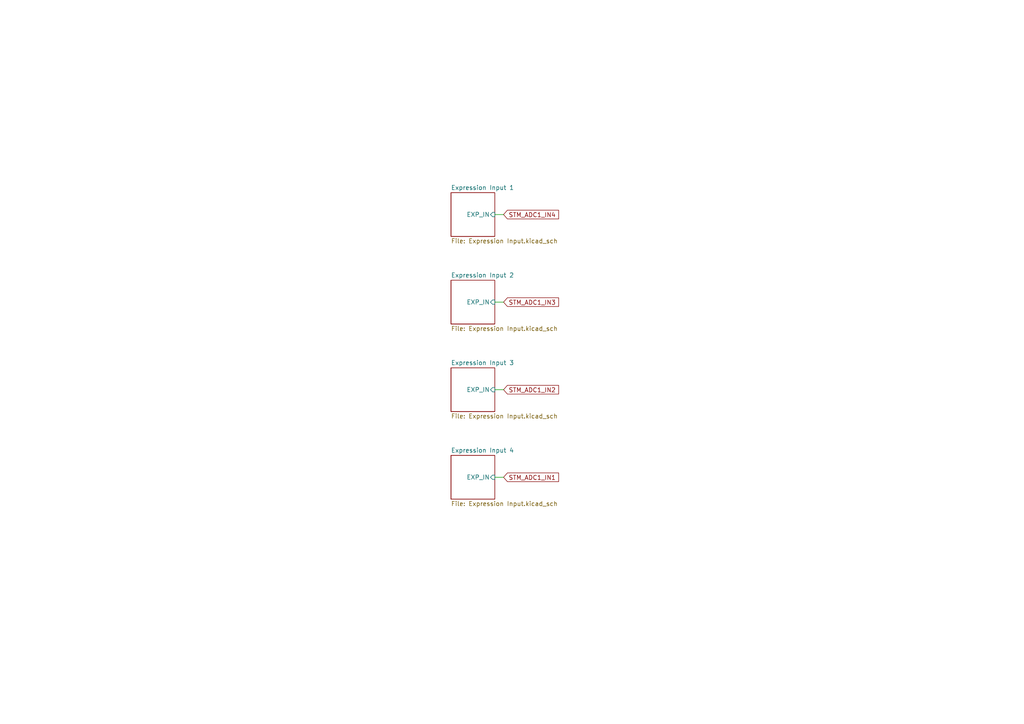
<source format=kicad_sch>
(kicad_sch
	(version 20250114)
	(generator "eeschema")
	(generator_version "9.0")
	(uuid "0213b4b6-d5a6-4eae-8572-dfe4a2534fc9")
	(paper "A4")
	(title_block
		(title "Midi Expressor")
		(date "2025-12-26")
		(rev "0.1")
		(company "Amon Benson")
	)
	(lib_symbols)
	(wire
		(pts
			(xy 143.51 113.03) (xy 146.05 113.03)
		)
		(stroke
			(width 0)
			(type default)
		)
		(uuid "015fe06f-1e99-45bb-a2ee-d831433fa76e")
	)
	(wire
		(pts
			(xy 143.51 138.43) (xy 146.05 138.43)
		)
		(stroke
			(width 0)
			(type default)
		)
		(uuid "2032fb97-8807-45bc-9fca-a07998ce0e6f")
	)
	(wire
		(pts
			(xy 143.51 62.23) (xy 146.05 62.23)
		)
		(stroke
			(width 0)
			(type default)
		)
		(uuid "26ce91bb-7f36-4b0e-821e-e2af5e11d54d")
	)
	(wire
		(pts
			(xy 143.51 87.63) (xy 146.05 87.63)
		)
		(stroke
			(width 0)
			(type default)
		)
		(uuid "56c06ec1-b546-47e2-a3ce-03ce470cc7ce")
	)
	(global_label "STM_ADC1_IN4"
		(shape input)
		(at 146.05 62.23 0)
		(fields_autoplaced yes)
		(effects
			(font
				(size 1.27 1.27)
			)
			(justify left)
		)
		(uuid "27a0808d-c2a6-4d02-81fd-5e5b82a0d11b")
		(property "Intersheetrefs" "${INTERSHEET_REFS}"
			(at 162.5818 62.23 0)
			(effects
				(font
					(size 1.27 1.27)
				)
				(justify left)
				(hide yes)
			)
		)
	)
	(global_label "STM_ADC1_IN1"
		(shape input)
		(at 146.05 138.43 0)
		(fields_autoplaced yes)
		(effects
			(font
				(size 1.27 1.27)
			)
			(justify left)
		)
		(uuid "3bc6d124-209c-4181-82d7-403abcda3338")
		(property "Intersheetrefs" "${INTERSHEET_REFS}"
			(at 162.5818 138.43 0)
			(effects
				(font
					(size 1.27 1.27)
				)
				(justify left)
				(hide yes)
			)
		)
	)
	(global_label "STM_ADC1_IN3"
		(shape input)
		(at 146.05 87.63 0)
		(fields_autoplaced yes)
		(effects
			(font
				(size 1.27 1.27)
			)
			(justify left)
		)
		(uuid "89f70624-0a4c-43df-b512-dbf57febbde1")
		(property "Intersheetrefs" "${INTERSHEET_REFS}"
			(at 162.5818 87.63 0)
			(effects
				(font
					(size 1.27 1.27)
				)
				(justify left)
				(hide yes)
			)
		)
	)
	(global_label "STM_ADC1_IN2"
		(shape input)
		(at 146.05 113.03 0)
		(fields_autoplaced yes)
		(effects
			(font
				(size 1.27 1.27)
			)
			(justify left)
		)
		(uuid "c2141c10-7650-4eb6-8a95-9345526d4d75")
		(property "Intersheetrefs" "${INTERSHEET_REFS}"
			(at 162.5818 113.03 0)
			(effects
				(font
					(size 1.27 1.27)
				)
				(justify left)
				(hide yes)
			)
		)
	)
	(sheet
		(at 130.81 55.88)
		(size 12.7 12.7)
		(exclude_from_sim no)
		(in_bom yes)
		(on_board yes)
		(dnp no)
		(fields_autoplaced yes)
		(stroke
			(width 0.1524)
			(type solid)
		)
		(fill
			(color 0 0 0 0.0000)
		)
		(uuid "1f44e9ce-7aaf-4951-a40b-c817e4d0a4c7")
		(property "Sheetname" "Expression Input 1"
			(at 130.81 55.1684 0)
			(effects
				(font
					(size 1.27 1.27)
				)
				(justify left bottom)
			)
		)
		(property "Sheetfile" "Expression Input.kicad_sch"
			(at 130.81 69.1646 0)
			(effects
				(font
					(size 1.27 1.27)
				)
				(justify left top)
			)
		)
		(pin "EXP_IN" input
			(at 143.51 62.23 0)
			(uuid "dd0d66b4-6c73-4378-813a-ec3ce6a881bf")
			(effects
				(font
					(size 1.27 1.27)
				)
				(justify right)
			)
		)
		(instances
			(project "Midi Expressor"
				(path "/1e7cbae1-0003-4e27-ba62-2dd55b10f4f2/d384fc08-7a14-4f66-a318-27ce132b50b2"
					(page "8")
				)
			)
		)
	)
	(sheet
		(at 130.81 132.08)
		(size 12.7 12.7)
		(exclude_from_sim no)
		(in_bom yes)
		(on_board yes)
		(dnp no)
		(fields_autoplaced yes)
		(stroke
			(width 0.1524)
			(type solid)
		)
		(fill
			(color 0 0 0 0.0000)
		)
		(uuid "51359ecc-89cc-4b20-884e-91a1e6f3fb83")
		(property "Sheetname" "Expression Input 4"
			(at 130.81 131.3684 0)
			(effects
				(font
					(size 1.27 1.27)
				)
				(justify left bottom)
			)
		)
		(property "Sheetfile" "Expression Input.kicad_sch"
			(at 130.81 145.3646 0)
			(effects
				(font
					(size 1.27 1.27)
				)
				(justify left top)
			)
		)
		(pin "EXP_IN" input
			(at 143.51 138.43 0)
			(uuid "498862d1-aec9-48d0-a666-a03a5a28f53e")
			(effects
				(font
					(size 1.27 1.27)
				)
				(justify right)
			)
		)
		(instances
			(project "Midi Expressor"
				(path "/1e7cbae1-0003-4e27-ba62-2dd55b10f4f2/d384fc08-7a14-4f66-a318-27ce132b50b2"
					(page "11")
				)
			)
		)
	)
	(sheet
		(at 130.81 81.28)
		(size 12.7 12.7)
		(exclude_from_sim no)
		(in_bom yes)
		(on_board yes)
		(dnp no)
		(fields_autoplaced yes)
		(stroke
			(width 0.1524)
			(type solid)
		)
		(fill
			(color 0 0 0 0.0000)
		)
		(uuid "a3600d74-b3f8-43d8-ba0c-84d986db5879")
		(property "Sheetname" "Expression Input 2"
			(at 130.81 80.5684 0)
			(effects
				(font
					(size 1.27 1.27)
				)
				(justify left bottom)
			)
		)
		(property "Sheetfile" "Expression Input.kicad_sch"
			(at 130.81 94.5646 0)
			(effects
				(font
					(size 1.27 1.27)
				)
				(justify left top)
			)
		)
		(pin "EXP_IN" input
			(at 143.51 87.63 0)
			(uuid "1e3db58c-9bbd-4705-b221-5165c077bff1")
			(effects
				(font
					(size 1.27 1.27)
				)
				(justify right)
			)
		)
		(instances
			(project "Midi Expressor"
				(path "/1e7cbae1-0003-4e27-ba62-2dd55b10f4f2/d384fc08-7a14-4f66-a318-27ce132b50b2"
					(page "9")
				)
			)
		)
	)
	(sheet
		(at 130.81 106.68)
		(size 12.7 12.7)
		(exclude_from_sim no)
		(in_bom yes)
		(on_board yes)
		(dnp no)
		(fields_autoplaced yes)
		(stroke
			(width 0.1524)
			(type solid)
		)
		(fill
			(color 0 0 0 0.0000)
		)
		(uuid "b6e017ae-1f83-4869-8b21-85f0180b03f1")
		(property "Sheetname" "Expression Input 3"
			(at 130.81 105.9684 0)
			(effects
				(font
					(size 1.27 1.27)
				)
				(justify left bottom)
			)
		)
		(property "Sheetfile" "Expression Input.kicad_sch"
			(at 130.81 119.9646 0)
			(effects
				(font
					(size 1.27 1.27)
				)
				(justify left top)
			)
		)
		(pin "EXP_IN" input
			(at 143.51 113.03 0)
			(uuid "81c32e04-f0b6-4082-845a-b162b969c618")
			(effects
				(font
					(size 1.27 1.27)
				)
				(justify right)
			)
		)
		(instances
			(project "Midi Expressor"
				(path "/1e7cbae1-0003-4e27-ba62-2dd55b10f4f2/d384fc08-7a14-4f66-a318-27ce132b50b2"
					(page "10")
				)
			)
		)
	)
)

</source>
